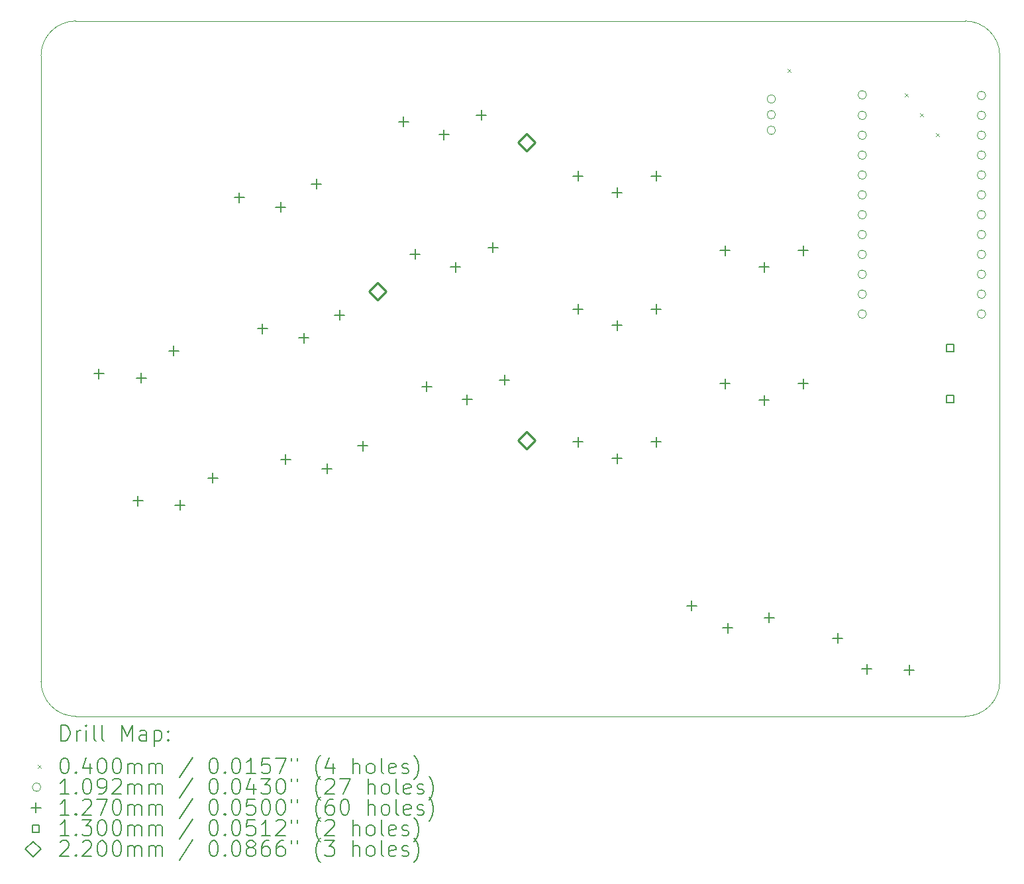
<source format=gbr>
%FSLAX45Y45*%
G04 Gerber Fmt 4.5, Leading zero omitted, Abs format (unit mm)*
G04 Created by KiCad (PCBNEW (6.0.4)) date 2022-05-21 21:26:55*
%MOMM*%
%LPD*%
G01*
G04 APERTURE LIST*
%TA.AperFunction,Profile*%
%ADD10C,0.050000*%
%TD*%
%ADD11C,0.200000*%
%ADD12C,0.040000*%
%ADD13C,0.109220*%
%ADD14C,0.127000*%
%ADD15C,0.130000*%
%ADD16C,0.220000*%
G04 APERTURE END LIST*
D10*
X15987118Y3380990D02*
G75*
G03*
X16431618Y3825490I0J444500D01*
G01*
X4176479Y3825325D02*
G75*
G03*
X4620979Y3380825I444500J0D01*
G01*
X4620615Y12271112D02*
G75*
G03*
X4176115Y11826612I0J-444500D01*
G01*
X16431979Y11826325D02*
G75*
G03*
X15987479Y12270825I-444500J0D01*
G01*
X16431618Y3825490D02*
X16431979Y11826325D01*
X4620979Y3380825D02*
X15987118Y3380990D01*
X4176115Y11826612D02*
X4176479Y3825325D01*
X15987479Y12270825D02*
X4620615Y12271112D01*
D11*
D12*
X13722043Y11656454D02*
X13762043Y11616454D01*
X13762043Y11656454D02*
X13722043Y11616454D01*
X15220000Y11345385D02*
X15260000Y11305385D01*
X15260000Y11345385D02*
X15220000Y11305385D01*
X15410459Y11089114D02*
X15450459Y11049114D01*
X15450459Y11089114D02*
X15410459Y11049114D01*
X15618978Y10834706D02*
X15658978Y10794706D01*
X15658978Y10834706D02*
X15618978Y10794706D01*
D13*
X13565589Y11273825D02*
G75*
G03*
X13565589Y11273825I-54610J0D01*
G01*
X13565589Y11073825D02*
G75*
G03*
X13565589Y11073825I-54610J0D01*
G01*
X13565589Y10873825D02*
G75*
G03*
X13565589Y10873825I-54610J0D01*
G01*
X14728331Y11326700D02*
G75*
G03*
X14728331Y11326700I-54610J0D01*
G01*
X14728331Y11064325D02*
G75*
G03*
X14728331Y11064325I-54610J0D01*
G01*
X14728331Y10810325D02*
G75*
G03*
X14728331Y10810325I-54610J0D01*
G01*
X14728331Y10556325D02*
G75*
G03*
X14728331Y10556325I-54610J0D01*
G01*
X14728331Y10302325D02*
G75*
G03*
X14728331Y10302325I-54610J0D01*
G01*
X14728331Y10048325D02*
G75*
G03*
X14728331Y10048325I-54610J0D01*
G01*
X14728331Y9794325D02*
G75*
G03*
X14728331Y9794325I-54610J0D01*
G01*
X14728331Y9540325D02*
G75*
G03*
X14728331Y9540325I-54610J0D01*
G01*
X14728331Y9286325D02*
G75*
G03*
X14728331Y9286325I-54610J0D01*
G01*
X14728331Y9032325D02*
G75*
G03*
X14728331Y9032325I-54610J0D01*
G01*
X14728331Y8778325D02*
G75*
G03*
X14728331Y8778325I-54610J0D01*
G01*
X14728331Y8524325D02*
G75*
G03*
X14728331Y8524325I-54610J0D01*
G01*
X16252331Y11318325D02*
G75*
G03*
X16252331Y11318325I-54610J0D01*
G01*
X16252331Y11064325D02*
G75*
G03*
X16252331Y11064325I-54610J0D01*
G01*
X16252331Y10810325D02*
G75*
G03*
X16252331Y10810325I-54610J0D01*
G01*
X16252331Y10556325D02*
G75*
G03*
X16252331Y10556325I-54610J0D01*
G01*
X16252331Y10302325D02*
G75*
G03*
X16252331Y10302325I-54610J0D01*
G01*
X16252331Y10048325D02*
G75*
G03*
X16252331Y10048325I-54610J0D01*
G01*
X16252331Y9794325D02*
G75*
G03*
X16252331Y9794325I-54610J0D01*
G01*
X16252331Y9540325D02*
G75*
G03*
X16252331Y9540325I-54610J0D01*
G01*
X16252331Y9286325D02*
G75*
G03*
X16252331Y9286325I-54610J0D01*
G01*
X16252331Y9032325D02*
G75*
G03*
X16252331Y9032325I-54610J0D01*
G01*
X16252331Y8778325D02*
G75*
G03*
X16252331Y8778325I-54610J0D01*
G01*
X16252331Y8524325D02*
G75*
G03*
X16252331Y8524325I-54610J0D01*
G01*
D14*
X4917175Y7826915D02*
X4917175Y7699915D01*
X4853675Y7763415D02*
X4980675Y7763415D01*
X5414207Y6201196D02*
X5414207Y6074196D01*
X5350707Y6137696D02*
X5477707Y6137696D01*
X5456725Y7772276D02*
X5456725Y7645276D01*
X5393225Y7708776D02*
X5520225Y7708776D01*
X5456725Y7772276D02*
X5456725Y7645276D01*
X5393225Y7708776D02*
X5520225Y7708776D01*
X5873479Y8119286D02*
X5873479Y7992286D01*
X5809979Y8055786D02*
X5936979Y8055786D01*
X5953757Y6146558D02*
X5953757Y6019558D01*
X5890257Y6083058D02*
X6017257Y6083058D01*
X5953757Y6146558D02*
X5953757Y6019558D01*
X5890257Y6083058D02*
X6017257Y6083058D01*
X6370511Y6493568D02*
X6370511Y6366568D01*
X6307011Y6430068D02*
X6434011Y6430068D01*
X6712293Y10076956D02*
X6712293Y9949956D01*
X6648793Y10013456D02*
X6775793Y10013456D01*
X7007495Y8402783D02*
X7007495Y8275782D01*
X6943995Y8339282D02*
X7070995Y8339282D01*
X7241163Y9956970D02*
X7241163Y9829970D01*
X7177663Y9893470D02*
X7304663Y9893470D01*
X7241163Y9956970D02*
X7241163Y9829970D01*
X7177663Y9893470D02*
X7304663Y9893470D01*
X7302697Y6728609D02*
X7302697Y6601609D01*
X7239197Y6665109D02*
X7366197Y6665109D01*
X7536365Y8282797D02*
X7536365Y8155797D01*
X7472865Y8219297D02*
X7599865Y8219297D01*
X7536365Y8282797D02*
X7536365Y8155797D01*
X7472865Y8219297D02*
X7599865Y8219297D01*
X7697101Y10250604D02*
X7697101Y10123604D01*
X7633601Y10187104D02*
X7760601Y10187104D01*
X7831567Y6608624D02*
X7831567Y6481624D01*
X7768067Y6545124D02*
X7895067Y6545124D01*
X7831567Y6608624D02*
X7831567Y6481624D01*
X7768067Y6545124D02*
X7895067Y6545124D01*
X7992303Y8576431D02*
X7992303Y8449431D01*
X7928803Y8512931D02*
X8055803Y8512931D01*
X8287505Y6902257D02*
X8287505Y6775257D01*
X8224005Y6838757D02*
X8351005Y6838757D01*
X8809021Y11046316D02*
X8809021Y10919316D01*
X8745521Y10982816D02*
X8872521Y10982816D01*
X8957186Y9352785D02*
X8957186Y9225785D01*
X8893686Y9289285D02*
X9020686Y9289285D01*
X9105351Y7659254D02*
X9105351Y7532254D01*
X9041851Y7595754D02*
X9168851Y7595754D01*
X9325422Y10880693D02*
X9325422Y10753693D01*
X9261922Y10817193D02*
X9388922Y10817193D01*
X9325422Y10880693D02*
X9325422Y10753693D01*
X9261922Y10817193D02*
X9388922Y10817193D01*
X9473586Y9187162D02*
X9473586Y9060162D01*
X9410086Y9123662D02*
X9537086Y9123662D01*
X9473586Y9187162D02*
X9473586Y9060162D01*
X9410086Y9123662D02*
X9537086Y9123662D01*
X9621751Y7493631D02*
X9621751Y7366631D01*
X9558251Y7430131D02*
X9685251Y7430131D01*
X9621751Y7493631D02*
X9621751Y7366631D01*
X9558251Y7430131D02*
X9685251Y7430131D01*
X9805216Y11133472D02*
X9805216Y11006472D01*
X9741716Y11069972D02*
X9868716Y11069972D01*
X9953381Y9439941D02*
X9953381Y9312941D01*
X9889881Y9376441D02*
X10016881Y9376441D01*
X10101546Y7746410D02*
X10101546Y7619410D01*
X10038046Y7682910D02*
X10165046Y7682910D01*
X11041109Y10352102D02*
X11041109Y10225102D01*
X10977609Y10288602D02*
X11104609Y10288602D01*
X11041109Y8652102D02*
X11041109Y8525102D01*
X10977609Y8588602D02*
X11104609Y8588602D01*
X11041109Y6952102D02*
X11041109Y6825102D01*
X10977609Y6888602D02*
X11104609Y6888602D01*
X11541109Y10142102D02*
X11541109Y10015102D01*
X11477609Y10078602D02*
X11604609Y10078602D01*
X11541109Y10142102D02*
X11541109Y10015102D01*
X11477609Y10078602D02*
X11604609Y10078602D01*
X11541109Y8442102D02*
X11541109Y8315102D01*
X11477609Y8378602D02*
X11604609Y8378602D01*
X11541109Y8442102D02*
X11541109Y8315102D01*
X11477609Y8378602D02*
X11604609Y8378602D01*
X11541109Y6742102D02*
X11541109Y6615102D01*
X11477609Y6678602D02*
X11604609Y6678602D01*
X11541109Y6742102D02*
X11541109Y6615102D01*
X11477609Y6678602D02*
X11604609Y6678602D01*
X12041109Y10352102D02*
X12041109Y10225102D01*
X11977609Y10288602D02*
X12104609Y10288602D01*
X12041109Y8652102D02*
X12041109Y8525102D01*
X11977609Y8588602D02*
X12104609Y8588602D01*
X12041109Y6952102D02*
X12041109Y6825102D01*
X11977609Y6888602D02*
X12104609Y6888602D01*
X12494322Y4860097D02*
X12494322Y4733097D01*
X12430822Y4796597D02*
X12557822Y4796597D01*
X12921828Y9398825D02*
X12921828Y9271825D01*
X12858328Y9335325D02*
X12985328Y9335325D01*
X12921828Y7698825D02*
X12921828Y7571825D01*
X12858328Y7635325D02*
X12985328Y7635325D01*
X12955315Y4574465D02*
X12955315Y4447465D01*
X12891815Y4510965D02*
X13018815Y4510965D01*
X12955315Y4574465D02*
X12955315Y4447465D01*
X12891815Y4510965D02*
X13018815Y4510965D01*
X13421828Y9188825D02*
X13421828Y9061825D01*
X13358328Y9125325D02*
X13485328Y9125325D01*
X13421828Y9188825D02*
X13421828Y9061825D01*
X13358328Y9125325D02*
X13485328Y9125325D01*
X13421828Y7488825D02*
X13421828Y7361825D01*
X13358328Y7425325D02*
X13485328Y7425325D01*
X13421828Y7488825D02*
X13421828Y7361825D01*
X13358328Y7425325D02*
X13485328Y7425325D01*
X13482011Y4703662D02*
X13482011Y4576662D01*
X13418511Y4640162D02*
X13545511Y4640162D01*
X13921828Y9398825D02*
X13921828Y9271825D01*
X13858328Y9335325D02*
X13985328Y9335325D01*
X13921828Y7698825D02*
X13921828Y7571825D01*
X13858328Y7635325D02*
X13985328Y7635325D01*
X14360146Y4443546D02*
X14360146Y4316546D01*
X14296646Y4380046D02*
X14423646Y4380046D01*
X14731504Y4048334D02*
X14731504Y3921334D01*
X14668004Y3984834D02*
X14795004Y3984834D01*
X14731504Y4048334D02*
X14731504Y3921334D01*
X14668004Y3984834D02*
X14795004Y3984834D01*
X15273692Y4036810D02*
X15273692Y3909810D01*
X15210192Y3973310D02*
X15337192Y3973310D01*
D15*
X15842941Y8041363D02*
X15842941Y8133288D01*
X15751017Y8133288D01*
X15751017Y8041363D01*
X15842941Y8041363D01*
X15842941Y7391363D02*
X15842941Y7483288D01*
X15751017Y7483288D01*
X15751017Y7391363D01*
X15842941Y7391363D01*
D16*
X8474722Y8704143D02*
X8584722Y8814143D01*
X8474722Y8924143D01*
X8364722Y8814143D01*
X8474722Y8704143D01*
X10379722Y10609143D02*
X10489722Y10719143D01*
X10379722Y10829143D01*
X10269722Y10719143D01*
X10379722Y10609143D01*
X10379722Y6799143D02*
X10489722Y6909143D01*
X10379722Y7019143D01*
X10269722Y6909143D01*
X10379722Y6799143D01*
D11*
X4431234Y3067849D02*
X4431234Y3267849D01*
X4478853Y3267849D01*
X4507424Y3258325D01*
X4526472Y3239278D01*
X4535996Y3220230D01*
X4545520Y3182135D01*
X4545520Y3153563D01*
X4535996Y3115468D01*
X4526472Y3096421D01*
X4507424Y3077373D01*
X4478853Y3067849D01*
X4431234Y3067849D01*
X4631234Y3067849D02*
X4631234Y3201182D01*
X4631234Y3163087D02*
X4640758Y3182135D01*
X4650282Y3191659D01*
X4669329Y3201182D01*
X4688377Y3201182D01*
X4755043Y3067849D02*
X4755043Y3201182D01*
X4755043Y3267849D02*
X4745520Y3258325D01*
X4755043Y3248801D01*
X4764567Y3258325D01*
X4755043Y3267849D01*
X4755043Y3248801D01*
X4878853Y3067849D02*
X4859805Y3077373D01*
X4850282Y3096421D01*
X4850282Y3267849D01*
X4983615Y3067849D02*
X4964567Y3077373D01*
X4955043Y3096421D01*
X4955043Y3267849D01*
X5212186Y3067849D02*
X5212186Y3267849D01*
X5278853Y3124992D01*
X5345520Y3267849D01*
X5345520Y3067849D01*
X5526472Y3067849D02*
X5526472Y3172611D01*
X5516948Y3191659D01*
X5497901Y3201182D01*
X5459805Y3201182D01*
X5440758Y3191659D01*
X5526472Y3077373D02*
X5507424Y3067849D01*
X5459805Y3067849D01*
X5440758Y3077373D01*
X5431234Y3096421D01*
X5431234Y3115468D01*
X5440758Y3134516D01*
X5459805Y3144040D01*
X5507424Y3144040D01*
X5526472Y3153563D01*
X5621710Y3201182D02*
X5621710Y3001182D01*
X5621710Y3191659D02*
X5640758Y3201182D01*
X5678853Y3201182D01*
X5697901Y3191659D01*
X5707424Y3182135D01*
X5716948Y3163087D01*
X5716948Y3105944D01*
X5707424Y3086897D01*
X5697901Y3077373D01*
X5678853Y3067849D01*
X5640758Y3067849D01*
X5621710Y3077373D01*
X5802662Y3086897D02*
X5812186Y3077373D01*
X5802662Y3067849D01*
X5793139Y3077373D01*
X5802662Y3086897D01*
X5802662Y3067849D01*
X5802662Y3191659D02*
X5812186Y3182135D01*
X5802662Y3172611D01*
X5793139Y3182135D01*
X5802662Y3191659D01*
X5802662Y3172611D01*
D12*
X4133615Y2758325D02*
X4173615Y2718325D01*
X4173615Y2758325D02*
X4133615Y2718325D01*
D11*
X4469329Y2847849D02*
X4488377Y2847849D01*
X4507424Y2838325D01*
X4516948Y2828801D01*
X4526472Y2809754D01*
X4535996Y2771659D01*
X4535996Y2724040D01*
X4526472Y2685944D01*
X4516948Y2666897D01*
X4507424Y2657373D01*
X4488377Y2647849D01*
X4469329Y2647849D01*
X4450282Y2657373D01*
X4440758Y2666897D01*
X4431234Y2685944D01*
X4421710Y2724040D01*
X4421710Y2771659D01*
X4431234Y2809754D01*
X4440758Y2828801D01*
X4450282Y2838325D01*
X4469329Y2847849D01*
X4621710Y2666897D02*
X4631234Y2657373D01*
X4621710Y2647849D01*
X4612186Y2657373D01*
X4621710Y2666897D01*
X4621710Y2647849D01*
X4802663Y2781183D02*
X4802663Y2647849D01*
X4755043Y2857373D02*
X4707424Y2714516D01*
X4831234Y2714516D01*
X4945520Y2847849D02*
X4964567Y2847849D01*
X4983615Y2838325D01*
X4993139Y2828801D01*
X5002663Y2809754D01*
X5012186Y2771659D01*
X5012186Y2724040D01*
X5002663Y2685944D01*
X4993139Y2666897D01*
X4983615Y2657373D01*
X4964567Y2647849D01*
X4945520Y2647849D01*
X4926472Y2657373D01*
X4916948Y2666897D01*
X4907424Y2685944D01*
X4897901Y2724040D01*
X4897901Y2771659D01*
X4907424Y2809754D01*
X4916948Y2828801D01*
X4926472Y2838325D01*
X4945520Y2847849D01*
X5135996Y2847849D02*
X5155043Y2847849D01*
X5174091Y2838325D01*
X5183615Y2828801D01*
X5193139Y2809754D01*
X5202663Y2771659D01*
X5202663Y2724040D01*
X5193139Y2685944D01*
X5183615Y2666897D01*
X5174091Y2657373D01*
X5155043Y2647849D01*
X5135996Y2647849D01*
X5116948Y2657373D01*
X5107424Y2666897D01*
X5097901Y2685944D01*
X5088377Y2724040D01*
X5088377Y2771659D01*
X5097901Y2809754D01*
X5107424Y2828801D01*
X5116948Y2838325D01*
X5135996Y2847849D01*
X5288377Y2647849D02*
X5288377Y2781183D01*
X5288377Y2762135D02*
X5297901Y2771659D01*
X5316948Y2781183D01*
X5345520Y2781183D01*
X5364567Y2771659D01*
X5374091Y2752611D01*
X5374091Y2647849D01*
X5374091Y2752611D02*
X5383615Y2771659D01*
X5402663Y2781183D01*
X5431234Y2781183D01*
X5450282Y2771659D01*
X5459805Y2752611D01*
X5459805Y2647849D01*
X5555043Y2647849D02*
X5555043Y2781183D01*
X5555043Y2762135D02*
X5564567Y2771659D01*
X5583615Y2781183D01*
X5612186Y2781183D01*
X5631234Y2771659D01*
X5640758Y2752611D01*
X5640758Y2647849D01*
X5640758Y2752611D02*
X5650281Y2771659D01*
X5669329Y2781183D01*
X5697901Y2781183D01*
X5716948Y2771659D01*
X5726472Y2752611D01*
X5726472Y2647849D01*
X6116948Y2857373D02*
X5945520Y2600230D01*
X6374091Y2847849D02*
X6393139Y2847849D01*
X6412186Y2838325D01*
X6421710Y2828801D01*
X6431234Y2809754D01*
X6440758Y2771659D01*
X6440758Y2724040D01*
X6431234Y2685944D01*
X6421710Y2666897D01*
X6412186Y2657373D01*
X6393139Y2647849D01*
X6374091Y2647849D01*
X6355043Y2657373D01*
X6345520Y2666897D01*
X6335996Y2685944D01*
X6326472Y2724040D01*
X6326472Y2771659D01*
X6335996Y2809754D01*
X6345520Y2828801D01*
X6355043Y2838325D01*
X6374091Y2847849D01*
X6526472Y2666897D02*
X6535996Y2657373D01*
X6526472Y2647849D01*
X6516948Y2657373D01*
X6526472Y2666897D01*
X6526472Y2647849D01*
X6659805Y2847849D02*
X6678853Y2847849D01*
X6697901Y2838325D01*
X6707424Y2828801D01*
X6716948Y2809754D01*
X6726472Y2771659D01*
X6726472Y2724040D01*
X6716948Y2685944D01*
X6707424Y2666897D01*
X6697901Y2657373D01*
X6678853Y2647849D01*
X6659805Y2647849D01*
X6640758Y2657373D01*
X6631234Y2666897D01*
X6621710Y2685944D01*
X6612186Y2724040D01*
X6612186Y2771659D01*
X6621710Y2809754D01*
X6631234Y2828801D01*
X6640758Y2838325D01*
X6659805Y2847849D01*
X6916948Y2647849D02*
X6802662Y2647849D01*
X6859805Y2647849D02*
X6859805Y2847849D01*
X6840758Y2819278D01*
X6821710Y2800230D01*
X6802662Y2790706D01*
X7097901Y2847849D02*
X7002662Y2847849D01*
X6993139Y2752611D01*
X7002662Y2762135D01*
X7021710Y2771659D01*
X7069329Y2771659D01*
X7088377Y2762135D01*
X7097901Y2752611D01*
X7107424Y2733563D01*
X7107424Y2685944D01*
X7097901Y2666897D01*
X7088377Y2657373D01*
X7069329Y2647849D01*
X7021710Y2647849D01*
X7002662Y2657373D01*
X6993139Y2666897D01*
X7174091Y2847849D02*
X7307424Y2847849D01*
X7221710Y2647849D01*
X7374091Y2847849D02*
X7374091Y2809754D01*
X7450281Y2847849D02*
X7450281Y2809754D01*
X7745520Y2571659D02*
X7735996Y2581183D01*
X7716948Y2609754D01*
X7707424Y2628802D01*
X7697901Y2657373D01*
X7688377Y2704992D01*
X7688377Y2743087D01*
X7697901Y2790706D01*
X7707424Y2819278D01*
X7716948Y2838325D01*
X7735996Y2866897D01*
X7745520Y2876421D01*
X7907424Y2781183D02*
X7907424Y2647849D01*
X7859805Y2857373D02*
X7812186Y2714516D01*
X7935996Y2714516D01*
X8164567Y2647849D02*
X8164567Y2847849D01*
X8250281Y2647849D02*
X8250281Y2752611D01*
X8240758Y2771659D01*
X8221710Y2781183D01*
X8193139Y2781183D01*
X8174091Y2771659D01*
X8164567Y2762135D01*
X8374091Y2647849D02*
X8355043Y2657373D01*
X8345520Y2666897D01*
X8335996Y2685944D01*
X8335996Y2743087D01*
X8345520Y2762135D01*
X8355043Y2771659D01*
X8374091Y2781183D01*
X8402663Y2781183D01*
X8421710Y2771659D01*
X8431234Y2762135D01*
X8440758Y2743087D01*
X8440758Y2685944D01*
X8431234Y2666897D01*
X8421710Y2657373D01*
X8402663Y2647849D01*
X8374091Y2647849D01*
X8555043Y2647849D02*
X8535996Y2657373D01*
X8526472Y2676421D01*
X8526472Y2847849D01*
X8707424Y2657373D02*
X8688377Y2647849D01*
X8650282Y2647849D01*
X8631234Y2657373D01*
X8621710Y2676421D01*
X8621710Y2752611D01*
X8631234Y2771659D01*
X8650282Y2781183D01*
X8688377Y2781183D01*
X8707424Y2771659D01*
X8716948Y2752611D01*
X8716948Y2733563D01*
X8621710Y2714516D01*
X8793139Y2657373D02*
X8812186Y2647849D01*
X8850282Y2647849D01*
X8869329Y2657373D01*
X8878853Y2676421D01*
X8878853Y2685944D01*
X8869329Y2704992D01*
X8850282Y2714516D01*
X8821710Y2714516D01*
X8802663Y2724040D01*
X8793139Y2743087D01*
X8793139Y2752611D01*
X8802663Y2771659D01*
X8821710Y2781183D01*
X8850282Y2781183D01*
X8869329Y2771659D01*
X8945520Y2571659D02*
X8955043Y2581183D01*
X8974091Y2609754D01*
X8983615Y2628802D01*
X8993139Y2657373D01*
X9002663Y2704992D01*
X9002663Y2743087D01*
X8993139Y2790706D01*
X8983615Y2819278D01*
X8974091Y2838325D01*
X8955043Y2866897D01*
X8945520Y2876421D01*
D13*
X4173615Y2474325D02*
G75*
G03*
X4173615Y2474325I-54610J0D01*
G01*
D11*
X4535996Y2383849D02*
X4421710Y2383849D01*
X4478853Y2383849D02*
X4478853Y2583849D01*
X4459805Y2555278D01*
X4440758Y2536230D01*
X4421710Y2526706D01*
X4621710Y2402897D02*
X4631234Y2393373D01*
X4621710Y2383849D01*
X4612186Y2393373D01*
X4621710Y2402897D01*
X4621710Y2383849D01*
X4755043Y2583849D02*
X4774091Y2583849D01*
X4793139Y2574325D01*
X4802663Y2564802D01*
X4812186Y2545754D01*
X4821710Y2507659D01*
X4821710Y2460040D01*
X4812186Y2421944D01*
X4802663Y2402897D01*
X4793139Y2393373D01*
X4774091Y2383849D01*
X4755043Y2383849D01*
X4735996Y2393373D01*
X4726472Y2402897D01*
X4716948Y2421944D01*
X4707424Y2460040D01*
X4707424Y2507659D01*
X4716948Y2545754D01*
X4726472Y2564802D01*
X4735996Y2574325D01*
X4755043Y2583849D01*
X4916948Y2383849D02*
X4955043Y2383849D01*
X4974091Y2393373D01*
X4983615Y2402897D01*
X5002663Y2431468D01*
X5012186Y2469563D01*
X5012186Y2545754D01*
X5002663Y2564802D01*
X4993139Y2574325D01*
X4974091Y2583849D01*
X4935996Y2583849D01*
X4916948Y2574325D01*
X4907424Y2564802D01*
X4897901Y2545754D01*
X4897901Y2498135D01*
X4907424Y2479087D01*
X4916948Y2469563D01*
X4935996Y2460040D01*
X4974091Y2460040D01*
X4993139Y2469563D01*
X5002663Y2479087D01*
X5012186Y2498135D01*
X5088377Y2564802D02*
X5097901Y2574325D01*
X5116948Y2583849D01*
X5164567Y2583849D01*
X5183615Y2574325D01*
X5193139Y2564802D01*
X5202663Y2545754D01*
X5202663Y2526706D01*
X5193139Y2498135D01*
X5078853Y2383849D01*
X5202663Y2383849D01*
X5288377Y2383849D02*
X5288377Y2517183D01*
X5288377Y2498135D02*
X5297901Y2507659D01*
X5316948Y2517183D01*
X5345520Y2517183D01*
X5364567Y2507659D01*
X5374091Y2488611D01*
X5374091Y2383849D01*
X5374091Y2488611D02*
X5383615Y2507659D01*
X5402663Y2517183D01*
X5431234Y2517183D01*
X5450282Y2507659D01*
X5459805Y2488611D01*
X5459805Y2383849D01*
X5555043Y2383849D02*
X5555043Y2517183D01*
X5555043Y2498135D02*
X5564567Y2507659D01*
X5583615Y2517183D01*
X5612186Y2517183D01*
X5631234Y2507659D01*
X5640758Y2488611D01*
X5640758Y2383849D01*
X5640758Y2488611D02*
X5650281Y2507659D01*
X5669329Y2517183D01*
X5697901Y2517183D01*
X5716948Y2507659D01*
X5726472Y2488611D01*
X5726472Y2383849D01*
X6116948Y2593373D02*
X5945520Y2336230D01*
X6374091Y2583849D02*
X6393139Y2583849D01*
X6412186Y2574325D01*
X6421710Y2564802D01*
X6431234Y2545754D01*
X6440758Y2507659D01*
X6440758Y2460040D01*
X6431234Y2421944D01*
X6421710Y2402897D01*
X6412186Y2393373D01*
X6393139Y2383849D01*
X6374091Y2383849D01*
X6355043Y2393373D01*
X6345520Y2402897D01*
X6335996Y2421944D01*
X6326472Y2460040D01*
X6326472Y2507659D01*
X6335996Y2545754D01*
X6345520Y2564802D01*
X6355043Y2574325D01*
X6374091Y2583849D01*
X6526472Y2402897D02*
X6535996Y2393373D01*
X6526472Y2383849D01*
X6516948Y2393373D01*
X6526472Y2402897D01*
X6526472Y2383849D01*
X6659805Y2583849D02*
X6678853Y2583849D01*
X6697901Y2574325D01*
X6707424Y2564802D01*
X6716948Y2545754D01*
X6726472Y2507659D01*
X6726472Y2460040D01*
X6716948Y2421944D01*
X6707424Y2402897D01*
X6697901Y2393373D01*
X6678853Y2383849D01*
X6659805Y2383849D01*
X6640758Y2393373D01*
X6631234Y2402897D01*
X6621710Y2421944D01*
X6612186Y2460040D01*
X6612186Y2507659D01*
X6621710Y2545754D01*
X6631234Y2564802D01*
X6640758Y2574325D01*
X6659805Y2583849D01*
X6897901Y2517183D02*
X6897901Y2383849D01*
X6850281Y2593373D02*
X6802662Y2450516D01*
X6926472Y2450516D01*
X6983615Y2583849D02*
X7107424Y2583849D01*
X7040758Y2507659D01*
X7069329Y2507659D01*
X7088377Y2498135D01*
X7097901Y2488611D01*
X7107424Y2469563D01*
X7107424Y2421944D01*
X7097901Y2402897D01*
X7088377Y2393373D01*
X7069329Y2383849D01*
X7012186Y2383849D01*
X6993139Y2393373D01*
X6983615Y2402897D01*
X7231234Y2583849D02*
X7250281Y2583849D01*
X7269329Y2574325D01*
X7278853Y2564802D01*
X7288377Y2545754D01*
X7297901Y2507659D01*
X7297901Y2460040D01*
X7288377Y2421944D01*
X7278853Y2402897D01*
X7269329Y2393373D01*
X7250281Y2383849D01*
X7231234Y2383849D01*
X7212186Y2393373D01*
X7202662Y2402897D01*
X7193139Y2421944D01*
X7183615Y2460040D01*
X7183615Y2507659D01*
X7193139Y2545754D01*
X7202662Y2564802D01*
X7212186Y2574325D01*
X7231234Y2583849D01*
X7374091Y2583849D02*
X7374091Y2545754D01*
X7450281Y2583849D02*
X7450281Y2545754D01*
X7745520Y2307659D02*
X7735996Y2317183D01*
X7716948Y2345754D01*
X7707424Y2364802D01*
X7697901Y2393373D01*
X7688377Y2440992D01*
X7688377Y2479087D01*
X7697901Y2526706D01*
X7707424Y2555278D01*
X7716948Y2574325D01*
X7735996Y2602897D01*
X7745520Y2612421D01*
X7812186Y2564802D02*
X7821710Y2574325D01*
X7840758Y2583849D01*
X7888377Y2583849D01*
X7907424Y2574325D01*
X7916948Y2564802D01*
X7926472Y2545754D01*
X7926472Y2526706D01*
X7916948Y2498135D01*
X7802662Y2383849D01*
X7926472Y2383849D01*
X7993139Y2583849D02*
X8126472Y2583849D01*
X8040758Y2383849D01*
X8355043Y2383849D02*
X8355043Y2583849D01*
X8440758Y2383849D02*
X8440758Y2488611D01*
X8431234Y2507659D01*
X8412186Y2517183D01*
X8383615Y2517183D01*
X8364567Y2507659D01*
X8355043Y2498135D01*
X8564567Y2383849D02*
X8545520Y2393373D01*
X8535996Y2402897D01*
X8526472Y2421944D01*
X8526472Y2479087D01*
X8535996Y2498135D01*
X8545520Y2507659D01*
X8564567Y2517183D01*
X8593139Y2517183D01*
X8612186Y2507659D01*
X8621710Y2498135D01*
X8631234Y2479087D01*
X8631234Y2421944D01*
X8621710Y2402897D01*
X8612186Y2393373D01*
X8593139Y2383849D01*
X8564567Y2383849D01*
X8745520Y2383849D02*
X8726472Y2393373D01*
X8716948Y2412421D01*
X8716948Y2583849D01*
X8897901Y2393373D02*
X8878853Y2383849D01*
X8840758Y2383849D01*
X8821710Y2393373D01*
X8812186Y2412421D01*
X8812186Y2488611D01*
X8821710Y2507659D01*
X8840758Y2517183D01*
X8878853Y2517183D01*
X8897901Y2507659D01*
X8907424Y2488611D01*
X8907424Y2469563D01*
X8812186Y2450516D01*
X8983615Y2393373D02*
X9002663Y2383849D01*
X9040758Y2383849D01*
X9059805Y2393373D01*
X9069329Y2412421D01*
X9069329Y2421944D01*
X9059805Y2440992D01*
X9040758Y2450516D01*
X9012186Y2450516D01*
X8993139Y2460040D01*
X8983615Y2479087D01*
X8983615Y2488611D01*
X8993139Y2507659D01*
X9012186Y2517183D01*
X9040758Y2517183D01*
X9059805Y2507659D01*
X9135996Y2307659D02*
X9145520Y2317183D01*
X9164567Y2345754D01*
X9174091Y2364802D01*
X9183615Y2393373D01*
X9193139Y2440992D01*
X9193139Y2479087D01*
X9183615Y2526706D01*
X9174091Y2555278D01*
X9164567Y2574325D01*
X9145520Y2602897D01*
X9135996Y2612421D01*
D14*
X4110115Y2273825D02*
X4110115Y2146825D01*
X4046615Y2210325D02*
X4173615Y2210325D01*
D11*
X4535996Y2119849D02*
X4421710Y2119849D01*
X4478853Y2119849D02*
X4478853Y2319849D01*
X4459805Y2291278D01*
X4440758Y2272230D01*
X4421710Y2262706D01*
X4621710Y2138897D02*
X4631234Y2129373D01*
X4621710Y2119849D01*
X4612186Y2129373D01*
X4621710Y2138897D01*
X4621710Y2119849D01*
X4707424Y2300802D02*
X4716948Y2310325D01*
X4735996Y2319849D01*
X4783615Y2319849D01*
X4802663Y2310325D01*
X4812186Y2300802D01*
X4821710Y2281754D01*
X4821710Y2262706D01*
X4812186Y2234135D01*
X4697901Y2119849D01*
X4821710Y2119849D01*
X4888377Y2319849D02*
X5021710Y2319849D01*
X4935996Y2119849D01*
X5135996Y2319849D02*
X5155043Y2319849D01*
X5174091Y2310325D01*
X5183615Y2300802D01*
X5193139Y2281754D01*
X5202663Y2243659D01*
X5202663Y2196040D01*
X5193139Y2157944D01*
X5183615Y2138897D01*
X5174091Y2129373D01*
X5155043Y2119849D01*
X5135996Y2119849D01*
X5116948Y2129373D01*
X5107424Y2138897D01*
X5097901Y2157944D01*
X5088377Y2196040D01*
X5088377Y2243659D01*
X5097901Y2281754D01*
X5107424Y2300802D01*
X5116948Y2310325D01*
X5135996Y2319849D01*
X5288377Y2119849D02*
X5288377Y2253183D01*
X5288377Y2234135D02*
X5297901Y2243659D01*
X5316948Y2253183D01*
X5345520Y2253183D01*
X5364567Y2243659D01*
X5374091Y2224611D01*
X5374091Y2119849D01*
X5374091Y2224611D02*
X5383615Y2243659D01*
X5402663Y2253183D01*
X5431234Y2253183D01*
X5450282Y2243659D01*
X5459805Y2224611D01*
X5459805Y2119849D01*
X5555043Y2119849D02*
X5555043Y2253183D01*
X5555043Y2234135D02*
X5564567Y2243659D01*
X5583615Y2253183D01*
X5612186Y2253183D01*
X5631234Y2243659D01*
X5640758Y2224611D01*
X5640758Y2119849D01*
X5640758Y2224611D02*
X5650281Y2243659D01*
X5669329Y2253183D01*
X5697901Y2253183D01*
X5716948Y2243659D01*
X5726472Y2224611D01*
X5726472Y2119849D01*
X6116948Y2329373D02*
X5945520Y2072230D01*
X6374091Y2319849D02*
X6393139Y2319849D01*
X6412186Y2310325D01*
X6421710Y2300802D01*
X6431234Y2281754D01*
X6440758Y2243659D01*
X6440758Y2196040D01*
X6431234Y2157944D01*
X6421710Y2138897D01*
X6412186Y2129373D01*
X6393139Y2119849D01*
X6374091Y2119849D01*
X6355043Y2129373D01*
X6345520Y2138897D01*
X6335996Y2157944D01*
X6326472Y2196040D01*
X6326472Y2243659D01*
X6335996Y2281754D01*
X6345520Y2300802D01*
X6355043Y2310325D01*
X6374091Y2319849D01*
X6526472Y2138897D02*
X6535996Y2129373D01*
X6526472Y2119849D01*
X6516948Y2129373D01*
X6526472Y2138897D01*
X6526472Y2119849D01*
X6659805Y2319849D02*
X6678853Y2319849D01*
X6697901Y2310325D01*
X6707424Y2300802D01*
X6716948Y2281754D01*
X6726472Y2243659D01*
X6726472Y2196040D01*
X6716948Y2157944D01*
X6707424Y2138897D01*
X6697901Y2129373D01*
X6678853Y2119849D01*
X6659805Y2119849D01*
X6640758Y2129373D01*
X6631234Y2138897D01*
X6621710Y2157944D01*
X6612186Y2196040D01*
X6612186Y2243659D01*
X6621710Y2281754D01*
X6631234Y2300802D01*
X6640758Y2310325D01*
X6659805Y2319849D01*
X6907424Y2319849D02*
X6812186Y2319849D01*
X6802662Y2224611D01*
X6812186Y2234135D01*
X6831234Y2243659D01*
X6878853Y2243659D01*
X6897901Y2234135D01*
X6907424Y2224611D01*
X6916948Y2205563D01*
X6916948Y2157944D01*
X6907424Y2138897D01*
X6897901Y2129373D01*
X6878853Y2119849D01*
X6831234Y2119849D01*
X6812186Y2129373D01*
X6802662Y2138897D01*
X7040758Y2319849D02*
X7059805Y2319849D01*
X7078853Y2310325D01*
X7088377Y2300802D01*
X7097901Y2281754D01*
X7107424Y2243659D01*
X7107424Y2196040D01*
X7097901Y2157944D01*
X7088377Y2138897D01*
X7078853Y2129373D01*
X7059805Y2119849D01*
X7040758Y2119849D01*
X7021710Y2129373D01*
X7012186Y2138897D01*
X7002662Y2157944D01*
X6993139Y2196040D01*
X6993139Y2243659D01*
X7002662Y2281754D01*
X7012186Y2300802D01*
X7021710Y2310325D01*
X7040758Y2319849D01*
X7231234Y2319849D02*
X7250281Y2319849D01*
X7269329Y2310325D01*
X7278853Y2300802D01*
X7288377Y2281754D01*
X7297901Y2243659D01*
X7297901Y2196040D01*
X7288377Y2157944D01*
X7278853Y2138897D01*
X7269329Y2129373D01*
X7250281Y2119849D01*
X7231234Y2119849D01*
X7212186Y2129373D01*
X7202662Y2138897D01*
X7193139Y2157944D01*
X7183615Y2196040D01*
X7183615Y2243659D01*
X7193139Y2281754D01*
X7202662Y2300802D01*
X7212186Y2310325D01*
X7231234Y2319849D01*
X7374091Y2319849D02*
X7374091Y2281754D01*
X7450281Y2319849D02*
X7450281Y2281754D01*
X7745520Y2043659D02*
X7735996Y2053182D01*
X7716948Y2081754D01*
X7707424Y2100802D01*
X7697901Y2129373D01*
X7688377Y2176992D01*
X7688377Y2215087D01*
X7697901Y2262706D01*
X7707424Y2291278D01*
X7716948Y2310325D01*
X7735996Y2338897D01*
X7745520Y2348421D01*
X7907424Y2319849D02*
X7869329Y2319849D01*
X7850281Y2310325D01*
X7840758Y2300802D01*
X7821710Y2272230D01*
X7812186Y2234135D01*
X7812186Y2157944D01*
X7821710Y2138897D01*
X7831234Y2129373D01*
X7850281Y2119849D01*
X7888377Y2119849D01*
X7907424Y2129373D01*
X7916948Y2138897D01*
X7926472Y2157944D01*
X7926472Y2205563D01*
X7916948Y2224611D01*
X7907424Y2234135D01*
X7888377Y2243659D01*
X7850281Y2243659D01*
X7831234Y2234135D01*
X7821710Y2224611D01*
X7812186Y2205563D01*
X8050281Y2319849D02*
X8069329Y2319849D01*
X8088377Y2310325D01*
X8097901Y2300802D01*
X8107424Y2281754D01*
X8116948Y2243659D01*
X8116948Y2196040D01*
X8107424Y2157944D01*
X8097901Y2138897D01*
X8088377Y2129373D01*
X8069329Y2119849D01*
X8050281Y2119849D01*
X8031234Y2129373D01*
X8021710Y2138897D01*
X8012186Y2157944D01*
X8002662Y2196040D01*
X8002662Y2243659D01*
X8012186Y2281754D01*
X8021710Y2300802D01*
X8031234Y2310325D01*
X8050281Y2319849D01*
X8355043Y2119849D02*
X8355043Y2319849D01*
X8440758Y2119849D02*
X8440758Y2224611D01*
X8431234Y2243659D01*
X8412186Y2253183D01*
X8383615Y2253183D01*
X8364567Y2243659D01*
X8355043Y2234135D01*
X8564567Y2119849D02*
X8545520Y2129373D01*
X8535996Y2138897D01*
X8526472Y2157944D01*
X8526472Y2215087D01*
X8535996Y2234135D01*
X8545520Y2243659D01*
X8564567Y2253183D01*
X8593139Y2253183D01*
X8612186Y2243659D01*
X8621710Y2234135D01*
X8631234Y2215087D01*
X8631234Y2157944D01*
X8621710Y2138897D01*
X8612186Y2129373D01*
X8593139Y2119849D01*
X8564567Y2119849D01*
X8745520Y2119849D02*
X8726472Y2129373D01*
X8716948Y2148421D01*
X8716948Y2319849D01*
X8897901Y2129373D02*
X8878853Y2119849D01*
X8840758Y2119849D01*
X8821710Y2129373D01*
X8812186Y2148421D01*
X8812186Y2224611D01*
X8821710Y2243659D01*
X8840758Y2253183D01*
X8878853Y2253183D01*
X8897901Y2243659D01*
X8907424Y2224611D01*
X8907424Y2205563D01*
X8812186Y2186516D01*
X8983615Y2129373D02*
X9002663Y2119849D01*
X9040758Y2119849D01*
X9059805Y2129373D01*
X9069329Y2148421D01*
X9069329Y2157944D01*
X9059805Y2176992D01*
X9040758Y2186516D01*
X9012186Y2186516D01*
X8993139Y2196040D01*
X8983615Y2215087D01*
X8983615Y2224611D01*
X8993139Y2243659D01*
X9012186Y2253183D01*
X9040758Y2253183D01*
X9059805Y2243659D01*
X9135996Y2043659D02*
X9145520Y2053182D01*
X9164567Y2081754D01*
X9174091Y2100802D01*
X9183615Y2129373D01*
X9193139Y2176992D01*
X9193139Y2215087D01*
X9183615Y2262706D01*
X9174091Y2291278D01*
X9164567Y2310325D01*
X9145520Y2338897D01*
X9135996Y2348421D01*
D15*
X4154577Y1900363D02*
X4154577Y1992288D01*
X4062652Y1992288D01*
X4062652Y1900363D01*
X4154577Y1900363D01*
D11*
X4535996Y1855849D02*
X4421710Y1855849D01*
X4478853Y1855849D02*
X4478853Y2055849D01*
X4459805Y2027278D01*
X4440758Y2008230D01*
X4421710Y1998706D01*
X4621710Y1874897D02*
X4631234Y1865373D01*
X4621710Y1855849D01*
X4612186Y1865373D01*
X4621710Y1874897D01*
X4621710Y1855849D01*
X4697901Y2055849D02*
X4821710Y2055849D01*
X4755043Y1979659D01*
X4783615Y1979659D01*
X4802663Y1970135D01*
X4812186Y1960611D01*
X4821710Y1941563D01*
X4821710Y1893944D01*
X4812186Y1874897D01*
X4802663Y1865373D01*
X4783615Y1855849D01*
X4726472Y1855849D01*
X4707424Y1865373D01*
X4697901Y1874897D01*
X4945520Y2055849D02*
X4964567Y2055849D01*
X4983615Y2046325D01*
X4993139Y2036801D01*
X5002663Y2017754D01*
X5012186Y1979659D01*
X5012186Y1932040D01*
X5002663Y1893944D01*
X4993139Y1874897D01*
X4983615Y1865373D01*
X4964567Y1855849D01*
X4945520Y1855849D01*
X4926472Y1865373D01*
X4916948Y1874897D01*
X4907424Y1893944D01*
X4897901Y1932040D01*
X4897901Y1979659D01*
X4907424Y2017754D01*
X4916948Y2036801D01*
X4926472Y2046325D01*
X4945520Y2055849D01*
X5135996Y2055849D02*
X5155043Y2055849D01*
X5174091Y2046325D01*
X5183615Y2036801D01*
X5193139Y2017754D01*
X5202663Y1979659D01*
X5202663Y1932040D01*
X5193139Y1893944D01*
X5183615Y1874897D01*
X5174091Y1865373D01*
X5155043Y1855849D01*
X5135996Y1855849D01*
X5116948Y1865373D01*
X5107424Y1874897D01*
X5097901Y1893944D01*
X5088377Y1932040D01*
X5088377Y1979659D01*
X5097901Y2017754D01*
X5107424Y2036801D01*
X5116948Y2046325D01*
X5135996Y2055849D01*
X5288377Y1855849D02*
X5288377Y1989182D01*
X5288377Y1970135D02*
X5297901Y1979659D01*
X5316948Y1989182D01*
X5345520Y1989182D01*
X5364567Y1979659D01*
X5374091Y1960611D01*
X5374091Y1855849D01*
X5374091Y1960611D02*
X5383615Y1979659D01*
X5402663Y1989182D01*
X5431234Y1989182D01*
X5450282Y1979659D01*
X5459805Y1960611D01*
X5459805Y1855849D01*
X5555043Y1855849D02*
X5555043Y1989182D01*
X5555043Y1970135D02*
X5564567Y1979659D01*
X5583615Y1989182D01*
X5612186Y1989182D01*
X5631234Y1979659D01*
X5640758Y1960611D01*
X5640758Y1855849D01*
X5640758Y1960611D02*
X5650281Y1979659D01*
X5669329Y1989182D01*
X5697901Y1989182D01*
X5716948Y1979659D01*
X5726472Y1960611D01*
X5726472Y1855849D01*
X6116948Y2065373D02*
X5945520Y1808230D01*
X6374091Y2055849D02*
X6393139Y2055849D01*
X6412186Y2046325D01*
X6421710Y2036801D01*
X6431234Y2017754D01*
X6440758Y1979659D01*
X6440758Y1932040D01*
X6431234Y1893944D01*
X6421710Y1874897D01*
X6412186Y1865373D01*
X6393139Y1855849D01*
X6374091Y1855849D01*
X6355043Y1865373D01*
X6345520Y1874897D01*
X6335996Y1893944D01*
X6326472Y1932040D01*
X6326472Y1979659D01*
X6335996Y2017754D01*
X6345520Y2036801D01*
X6355043Y2046325D01*
X6374091Y2055849D01*
X6526472Y1874897D02*
X6535996Y1865373D01*
X6526472Y1855849D01*
X6516948Y1865373D01*
X6526472Y1874897D01*
X6526472Y1855849D01*
X6659805Y2055849D02*
X6678853Y2055849D01*
X6697901Y2046325D01*
X6707424Y2036801D01*
X6716948Y2017754D01*
X6726472Y1979659D01*
X6726472Y1932040D01*
X6716948Y1893944D01*
X6707424Y1874897D01*
X6697901Y1865373D01*
X6678853Y1855849D01*
X6659805Y1855849D01*
X6640758Y1865373D01*
X6631234Y1874897D01*
X6621710Y1893944D01*
X6612186Y1932040D01*
X6612186Y1979659D01*
X6621710Y2017754D01*
X6631234Y2036801D01*
X6640758Y2046325D01*
X6659805Y2055849D01*
X6907424Y2055849D02*
X6812186Y2055849D01*
X6802662Y1960611D01*
X6812186Y1970135D01*
X6831234Y1979659D01*
X6878853Y1979659D01*
X6897901Y1970135D01*
X6907424Y1960611D01*
X6916948Y1941563D01*
X6916948Y1893944D01*
X6907424Y1874897D01*
X6897901Y1865373D01*
X6878853Y1855849D01*
X6831234Y1855849D01*
X6812186Y1865373D01*
X6802662Y1874897D01*
X7107424Y1855849D02*
X6993139Y1855849D01*
X7050281Y1855849D02*
X7050281Y2055849D01*
X7031234Y2027278D01*
X7012186Y2008230D01*
X6993139Y1998706D01*
X7183615Y2036801D02*
X7193139Y2046325D01*
X7212186Y2055849D01*
X7259805Y2055849D01*
X7278853Y2046325D01*
X7288377Y2036801D01*
X7297901Y2017754D01*
X7297901Y1998706D01*
X7288377Y1970135D01*
X7174091Y1855849D01*
X7297901Y1855849D01*
X7374091Y2055849D02*
X7374091Y2017754D01*
X7450281Y2055849D02*
X7450281Y2017754D01*
X7745520Y1779659D02*
X7735996Y1789182D01*
X7716948Y1817754D01*
X7707424Y1836801D01*
X7697901Y1865373D01*
X7688377Y1912992D01*
X7688377Y1951087D01*
X7697901Y1998706D01*
X7707424Y2027278D01*
X7716948Y2046325D01*
X7735996Y2074897D01*
X7745520Y2084421D01*
X7812186Y2036801D02*
X7821710Y2046325D01*
X7840758Y2055849D01*
X7888377Y2055849D01*
X7907424Y2046325D01*
X7916948Y2036801D01*
X7926472Y2017754D01*
X7926472Y1998706D01*
X7916948Y1970135D01*
X7802662Y1855849D01*
X7926472Y1855849D01*
X8164567Y1855849D02*
X8164567Y2055849D01*
X8250281Y1855849D02*
X8250281Y1960611D01*
X8240758Y1979659D01*
X8221710Y1989182D01*
X8193139Y1989182D01*
X8174091Y1979659D01*
X8164567Y1970135D01*
X8374091Y1855849D02*
X8355043Y1865373D01*
X8345520Y1874897D01*
X8335996Y1893944D01*
X8335996Y1951087D01*
X8345520Y1970135D01*
X8355043Y1979659D01*
X8374091Y1989182D01*
X8402663Y1989182D01*
X8421710Y1979659D01*
X8431234Y1970135D01*
X8440758Y1951087D01*
X8440758Y1893944D01*
X8431234Y1874897D01*
X8421710Y1865373D01*
X8402663Y1855849D01*
X8374091Y1855849D01*
X8555043Y1855849D02*
X8535996Y1865373D01*
X8526472Y1884421D01*
X8526472Y2055849D01*
X8707424Y1865373D02*
X8688377Y1855849D01*
X8650282Y1855849D01*
X8631234Y1865373D01*
X8621710Y1884421D01*
X8621710Y1960611D01*
X8631234Y1979659D01*
X8650282Y1989182D01*
X8688377Y1989182D01*
X8707424Y1979659D01*
X8716948Y1960611D01*
X8716948Y1941563D01*
X8621710Y1922516D01*
X8793139Y1865373D02*
X8812186Y1855849D01*
X8850282Y1855849D01*
X8869329Y1865373D01*
X8878853Y1884421D01*
X8878853Y1893944D01*
X8869329Y1912992D01*
X8850282Y1922516D01*
X8821710Y1922516D01*
X8802663Y1932040D01*
X8793139Y1951087D01*
X8793139Y1960611D01*
X8802663Y1979659D01*
X8821710Y1989182D01*
X8850282Y1989182D01*
X8869329Y1979659D01*
X8945520Y1779659D02*
X8955043Y1789182D01*
X8974091Y1817754D01*
X8983615Y1836801D01*
X8993139Y1865373D01*
X9002663Y1912992D01*
X9002663Y1951087D01*
X8993139Y1998706D01*
X8983615Y2027278D01*
X8974091Y2046325D01*
X8955043Y2074897D01*
X8945520Y2084421D01*
X4073615Y1582325D02*
X4173615Y1682325D01*
X4073615Y1782325D01*
X3973615Y1682325D01*
X4073615Y1582325D01*
X4421710Y1772801D02*
X4431234Y1782325D01*
X4450282Y1791849D01*
X4497901Y1791849D01*
X4516948Y1782325D01*
X4526472Y1772801D01*
X4535996Y1753754D01*
X4535996Y1734706D01*
X4526472Y1706135D01*
X4412186Y1591849D01*
X4535996Y1591849D01*
X4621710Y1610897D02*
X4631234Y1601373D01*
X4621710Y1591849D01*
X4612186Y1601373D01*
X4621710Y1610897D01*
X4621710Y1591849D01*
X4707424Y1772801D02*
X4716948Y1782325D01*
X4735996Y1791849D01*
X4783615Y1791849D01*
X4802663Y1782325D01*
X4812186Y1772801D01*
X4821710Y1753754D01*
X4821710Y1734706D01*
X4812186Y1706135D01*
X4697901Y1591849D01*
X4821710Y1591849D01*
X4945520Y1791849D02*
X4964567Y1791849D01*
X4983615Y1782325D01*
X4993139Y1772801D01*
X5002663Y1753754D01*
X5012186Y1715659D01*
X5012186Y1668040D01*
X5002663Y1629944D01*
X4993139Y1610897D01*
X4983615Y1601373D01*
X4964567Y1591849D01*
X4945520Y1591849D01*
X4926472Y1601373D01*
X4916948Y1610897D01*
X4907424Y1629944D01*
X4897901Y1668040D01*
X4897901Y1715659D01*
X4907424Y1753754D01*
X4916948Y1772801D01*
X4926472Y1782325D01*
X4945520Y1791849D01*
X5135996Y1791849D02*
X5155043Y1791849D01*
X5174091Y1782325D01*
X5183615Y1772801D01*
X5193139Y1753754D01*
X5202663Y1715659D01*
X5202663Y1668040D01*
X5193139Y1629944D01*
X5183615Y1610897D01*
X5174091Y1601373D01*
X5155043Y1591849D01*
X5135996Y1591849D01*
X5116948Y1601373D01*
X5107424Y1610897D01*
X5097901Y1629944D01*
X5088377Y1668040D01*
X5088377Y1715659D01*
X5097901Y1753754D01*
X5107424Y1772801D01*
X5116948Y1782325D01*
X5135996Y1791849D01*
X5288377Y1591849D02*
X5288377Y1725182D01*
X5288377Y1706135D02*
X5297901Y1715659D01*
X5316948Y1725182D01*
X5345520Y1725182D01*
X5364567Y1715659D01*
X5374091Y1696611D01*
X5374091Y1591849D01*
X5374091Y1696611D02*
X5383615Y1715659D01*
X5402663Y1725182D01*
X5431234Y1725182D01*
X5450282Y1715659D01*
X5459805Y1696611D01*
X5459805Y1591849D01*
X5555043Y1591849D02*
X5555043Y1725182D01*
X5555043Y1706135D02*
X5564567Y1715659D01*
X5583615Y1725182D01*
X5612186Y1725182D01*
X5631234Y1715659D01*
X5640758Y1696611D01*
X5640758Y1591849D01*
X5640758Y1696611D02*
X5650281Y1715659D01*
X5669329Y1725182D01*
X5697901Y1725182D01*
X5716948Y1715659D01*
X5726472Y1696611D01*
X5726472Y1591849D01*
X6116948Y1801373D02*
X5945520Y1544230D01*
X6374091Y1791849D02*
X6393139Y1791849D01*
X6412186Y1782325D01*
X6421710Y1772801D01*
X6431234Y1753754D01*
X6440758Y1715659D01*
X6440758Y1668040D01*
X6431234Y1629944D01*
X6421710Y1610897D01*
X6412186Y1601373D01*
X6393139Y1591849D01*
X6374091Y1591849D01*
X6355043Y1601373D01*
X6345520Y1610897D01*
X6335996Y1629944D01*
X6326472Y1668040D01*
X6326472Y1715659D01*
X6335996Y1753754D01*
X6345520Y1772801D01*
X6355043Y1782325D01*
X6374091Y1791849D01*
X6526472Y1610897D02*
X6535996Y1601373D01*
X6526472Y1591849D01*
X6516948Y1601373D01*
X6526472Y1610897D01*
X6526472Y1591849D01*
X6659805Y1791849D02*
X6678853Y1791849D01*
X6697901Y1782325D01*
X6707424Y1772801D01*
X6716948Y1753754D01*
X6726472Y1715659D01*
X6726472Y1668040D01*
X6716948Y1629944D01*
X6707424Y1610897D01*
X6697901Y1601373D01*
X6678853Y1591849D01*
X6659805Y1591849D01*
X6640758Y1601373D01*
X6631234Y1610897D01*
X6621710Y1629944D01*
X6612186Y1668040D01*
X6612186Y1715659D01*
X6621710Y1753754D01*
X6631234Y1772801D01*
X6640758Y1782325D01*
X6659805Y1791849D01*
X6840758Y1706135D02*
X6821710Y1715659D01*
X6812186Y1725182D01*
X6802662Y1744230D01*
X6802662Y1753754D01*
X6812186Y1772801D01*
X6821710Y1782325D01*
X6840758Y1791849D01*
X6878853Y1791849D01*
X6897901Y1782325D01*
X6907424Y1772801D01*
X6916948Y1753754D01*
X6916948Y1744230D01*
X6907424Y1725182D01*
X6897901Y1715659D01*
X6878853Y1706135D01*
X6840758Y1706135D01*
X6821710Y1696611D01*
X6812186Y1687087D01*
X6802662Y1668040D01*
X6802662Y1629944D01*
X6812186Y1610897D01*
X6821710Y1601373D01*
X6840758Y1591849D01*
X6878853Y1591849D01*
X6897901Y1601373D01*
X6907424Y1610897D01*
X6916948Y1629944D01*
X6916948Y1668040D01*
X6907424Y1687087D01*
X6897901Y1696611D01*
X6878853Y1706135D01*
X7088377Y1791849D02*
X7050281Y1791849D01*
X7031234Y1782325D01*
X7021710Y1772801D01*
X7002662Y1744230D01*
X6993139Y1706135D01*
X6993139Y1629944D01*
X7002662Y1610897D01*
X7012186Y1601373D01*
X7031234Y1591849D01*
X7069329Y1591849D01*
X7088377Y1601373D01*
X7097901Y1610897D01*
X7107424Y1629944D01*
X7107424Y1677563D01*
X7097901Y1696611D01*
X7088377Y1706135D01*
X7069329Y1715659D01*
X7031234Y1715659D01*
X7012186Y1706135D01*
X7002662Y1696611D01*
X6993139Y1677563D01*
X7278853Y1791849D02*
X7240758Y1791849D01*
X7221710Y1782325D01*
X7212186Y1772801D01*
X7193139Y1744230D01*
X7183615Y1706135D01*
X7183615Y1629944D01*
X7193139Y1610897D01*
X7202662Y1601373D01*
X7221710Y1591849D01*
X7259805Y1591849D01*
X7278853Y1601373D01*
X7288377Y1610897D01*
X7297901Y1629944D01*
X7297901Y1677563D01*
X7288377Y1696611D01*
X7278853Y1706135D01*
X7259805Y1715659D01*
X7221710Y1715659D01*
X7202662Y1706135D01*
X7193139Y1696611D01*
X7183615Y1677563D01*
X7374091Y1791849D02*
X7374091Y1753754D01*
X7450281Y1791849D02*
X7450281Y1753754D01*
X7745520Y1515659D02*
X7735996Y1525182D01*
X7716948Y1553754D01*
X7707424Y1572801D01*
X7697901Y1601373D01*
X7688377Y1648992D01*
X7688377Y1687087D01*
X7697901Y1734706D01*
X7707424Y1763278D01*
X7716948Y1782325D01*
X7735996Y1810897D01*
X7745520Y1820421D01*
X7802662Y1791849D02*
X7926472Y1791849D01*
X7859805Y1715659D01*
X7888377Y1715659D01*
X7907424Y1706135D01*
X7916948Y1696611D01*
X7926472Y1677563D01*
X7926472Y1629944D01*
X7916948Y1610897D01*
X7907424Y1601373D01*
X7888377Y1591849D01*
X7831234Y1591849D01*
X7812186Y1601373D01*
X7802662Y1610897D01*
X8164567Y1591849D02*
X8164567Y1791849D01*
X8250281Y1591849D02*
X8250281Y1696611D01*
X8240758Y1715659D01*
X8221710Y1725182D01*
X8193139Y1725182D01*
X8174091Y1715659D01*
X8164567Y1706135D01*
X8374091Y1591849D02*
X8355043Y1601373D01*
X8345520Y1610897D01*
X8335996Y1629944D01*
X8335996Y1687087D01*
X8345520Y1706135D01*
X8355043Y1715659D01*
X8374091Y1725182D01*
X8402663Y1725182D01*
X8421710Y1715659D01*
X8431234Y1706135D01*
X8440758Y1687087D01*
X8440758Y1629944D01*
X8431234Y1610897D01*
X8421710Y1601373D01*
X8402663Y1591849D01*
X8374091Y1591849D01*
X8555043Y1591849D02*
X8535996Y1601373D01*
X8526472Y1620421D01*
X8526472Y1791849D01*
X8707424Y1601373D02*
X8688377Y1591849D01*
X8650282Y1591849D01*
X8631234Y1601373D01*
X8621710Y1620421D01*
X8621710Y1696611D01*
X8631234Y1715659D01*
X8650282Y1725182D01*
X8688377Y1725182D01*
X8707424Y1715659D01*
X8716948Y1696611D01*
X8716948Y1677563D01*
X8621710Y1658516D01*
X8793139Y1601373D02*
X8812186Y1591849D01*
X8850282Y1591849D01*
X8869329Y1601373D01*
X8878853Y1620421D01*
X8878853Y1629944D01*
X8869329Y1648992D01*
X8850282Y1658516D01*
X8821710Y1658516D01*
X8802663Y1668040D01*
X8793139Y1687087D01*
X8793139Y1696611D01*
X8802663Y1715659D01*
X8821710Y1725182D01*
X8850282Y1725182D01*
X8869329Y1715659D01*
X8945520Y1515659D02*
X8955043Y1525182D01*
X8974091Y1553754D01*
X8983615Y1572801D01*
X8993139Y1601373D01*
X9002663Y1648992D01*
X9002663Y1687087D01*
X8993139Y1734706D01*
X8983615Y1763278D01*
X8974091Y1782325D01*
X8955043Y1810897D01*
X8945520Y1820421D01*
M02*

</source>
